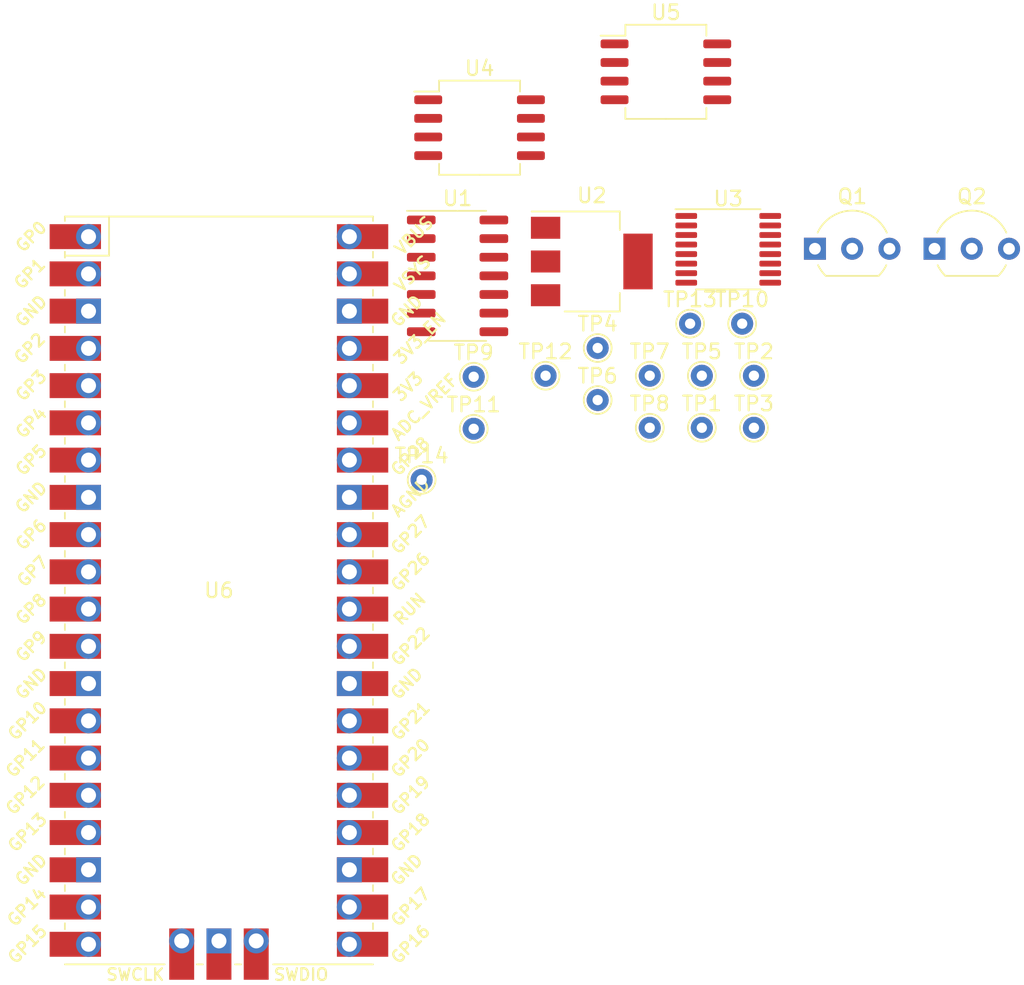
<source format=kicad_pcb>
(kicad_pcb (version 20211014) (generator pcbnew)
  (layers (0 "F.Cu" signal) (31 "B.Cu" signal) (34 "B.Paste" user) (35 "F.Paste" user) (36 "B.SilkS" user "B.Silkscreen") (37 "F.SilkS" user "F.Silkscreen") (38 "B.Mask" user) (39 "F.Mask" user) (44 "Edge.Cuts" user))
  (net 0 "")
  (net 1 "Net-(C1-Pad2)")
  (net 2 "Net-(Q1-Pad2)")
  (net 3 "Net-(C2-Pad1)")
  (net 4 "GND")
  (net 5 "Net-(Q2-Pad2)")
  (net 6 "Net-(L1-Pad2)")
  (net 7 "RF")
  (net 8 "Net-(C5-Pad2)")
  (net 9 "Net-(C9-Pad1)")
  (net 10 "Net-(C13-Pad1)")
  (net 11 "Net-(R7-Pad2)")
  (net 12 "Net-(C10-Pad1)")
  (net 13 "Net-(C14-Pad1)")
  (net 14 "ADC_Q")
  (net 15 "ADC_I")
  (net 16 "Net-(C21-Pad1)")
  (net 17 "A_OUT")
  (net 18 "ADC_MIC")
  (net 19 "Net-(J8-Pad1)")
  (net 20 "CLK0")
  (net 21 "Net-(U1-Pad2)")
  (net 22 "CLK1")
  (net 23 "Net-(U1-Pad4)")
  (net 24 "Net-(U1-Pad5)")
  (net 25 "Net-(U1-Pad11)")
  (net 26 "BIAS_PWM")
  (net 27 "+5V")
  (net 28 "+12V")
  (net 34 "Net-(C2-Pad2)")
  (net 35 "Net-(C24-Pad2)")
  (net 36 "Net-(R20-Pad1)")
  (net 37 "Net-(C23-Pad1)")
  (net 38 "Net-(R22-Pad1)")
  (net 39 "Net-(C17-Pad2)")
  (net 40 "Net-(R11-Pad2)")
  (net 41 "Net-(C17-Pad1)")
  (net 44 "SDA_PLL")
  (net 45 "SCL_PLL")
  (net 46 "RX_EN")
  (net 52 "SDA_DISP")
  (net 53 "SCL_DISP")
  (net 58 "Net-(J7-Pad4)")
  (net 59 "Net-(J7-Pad3)")
  (net 60 "Net-(J7-Pad2)")
  (net 61 "Net-(J7-Pad1)")
  (net 64 "GNDA")
  (net 65 "+3.3VADC")
  (net 66 "+3.3V")
  (net 69 "Net-(J6-Pad3)")
  (net 70 "Net-(J6-Pad1)")
  (net 71 "Net-(C16-Pad1)")
  (net 72 "Net-(R9-Pad2)")
  (net 73 "Net-(C16-Pad2)")
  (footprint "TestPoint:TestPoint_THTPad_D1.5mm_Drill0.7mm" (layer "F.Cu") (at 187.705 45.115)
    (fp_text reference "TP13" (at 0 -1.648) (layer "F.SilkS"))
    (fp_text value "TestPoint")
    (fp_circle (center 0 0) (end 0 0.95) (layer "F.SilkS") (width 0.12) (fill none))
    (pad "1" thru_hole circle (at 0 0) (size 1.5 1.5) (drill 0.7) (layers *.Cu *.Mask) (net 18 "ADC_MIC"))
  )
  (footprint "TestPoint:TestPoint_THTPad_D1.5mm_Drill0.7mm" (layer "F.Cu") (at 172.955 52.285)
    (fp_text reference "TP11" (at 0 -1.648) (layer "F.SilkS"))
    (fp_text value "TestPoint")
    (fp_circle (center 0 0) (end 0 0.95) (layer "F.SilkS") (width 0.12) (fill none))
    (pad "1" thru_hole circle (at 0 0) (size 1.5 1.5) (drill 0.7) (layers *.Cu *.Mask) (net 16 "Net-(C21-Pad1)"))
  )
  (footprint "Package_SO:SO-8_5.3x6.2mm_P1.27mm" (layer "F.Cu") (at 186.055 27.94)
    (fp_text reference "U5" (at 0 -4.05) (layer "F.SilkS"))
    (fp_text value "TL072")
    (fp_line (start -2.76 -3.21) (end -2.76 -2.465) (layer "F.SilkS") (width 0.12))
    (fp_line (start -2.76 -2.465) (end -4.45 -2.465) (layer "F.SilkS") (width 0.12))
    (fp_line (start 2.76 -3.21) (end 2.76 -2.465) (layer "F.SilkS") (width 0.12))
    (fp_line (start 0 3.21) (end -2.76 3.21) (layer "F.SilkS") (width 0.12))
    (fp_line (start 0 -3.21) (end -2.76 -3.21) (layer "F.SilkS") (width 0.12))
    (fp_line (start 0 3.21) (end 2.76 3.21) (layer "F.SilkS") (width 0.12))
    (fp_line (start -2.76 3.21) (end -2.76 2.465) (layer "F.SilkS") (width 0.12))
    (fp_line (start 2.76 3.21) (end 2.76 2.465) (layer "F.SilkS") (width 0.12))
    (fp_line (start 0 -3.21) (end 2.76 -3.21) (layer "F.SilkS") (width 0.12))
    (pad "1" smd roundrect (at -3.5 -1.905) (size 1.9 0.6) (layers "F.Cu" "F.Paste" "F.Mask") (net 39 "Net-(C17-Pad2)"))
    (pad "2" smd roundrect (at -3.5 -0.635) (size 1.9 0.6) (layers "F.Cu" "F.Paste" "F.Mask") (net 40 "Net-(R11-Pad2)"))
    (pad "3" smd roundrect (at -3.5 0.635) (size 1.9 0.6) (layers "F.Cu" "F.Paste" "F.Mask") (net 41 "Net-(C17-Pad1)"))
    (pad "4" smd roundrect (at -3.5 1.905) (size 1.9 0.6) (layers "F.Cu" "F.Paste" "F.Mask") (net 4 "GND"))
    (pad "5" smd roundrect (at 3.5 1.905) (size 1.9 0.6) (layers "F.Cu" "F.Paste" "F.Mask") (net 71 "Net-(C16-Pad1)"))
    (pad "6" smd roundrect (at 3.5 0.635) (size 1.9 0.6) (layers "F.Cu" "F.Paste" "F.Mask") (net 72 "Net-(R9-Pad2)"))
    (pad "7" smd roundrect (at 3.5 -0.635) (size 1.9 0.6) (layers "F.Cu" "F.Paste" "F.Mask") (net 73 "Net-(C16-Pad2)"))
    (pad "8" smd roundrect (at 3.5 -1.905) (size 1.9 0.6) (layers "F.Cu" "F.Paste" "F.Mask") (net 27 "+5V"))
  )
  (footprint "TestPoint:TestPoint_THTPad_D1.5mm_Drill0.7mm" (layer "F.Cu") (at 184.955 48.665)
    (fp_text reference "TP7" (at 0 -1.648) (layer "F.SilkS"))
    (fp_text value "TestPoint")
    (fp_circle (center 0 0) (end 0 0.95) (layer "F.SilkS") (width 0.12) (fill none))
    (pad "1" thru_hole circle (at 0 0) (size 1.5 1.5) (drill 0.7) (layers *.Cu *.Mask) (net 12 "Net-(C10-Pad1)"))
  )
  (footprint "TestPoint:TestPoint_THTPad_D1.5mm_Drill0.7mm" (layer "F.Cu") (at 188.505 52.215)
    (fp_text reference "TP1" (at 0 -1.648) (layer "F.SilkS"))
    (fp_text value "TestPoint")
    (fp_circle (center 0 0) (end 0 0.95) (layer "F.SilkS") (width 0.12) (fill none))
    (pad "1" thru_hole circle (at 0 0) (size 1.5 1.5) (drill 0.7) (layers *.Cu *.Mask) (net 7 "RF"))
  )
  (footprint "Package_TO_SOT_THT:TO-92_Inline_Wide" (layer "F.Cu") (at 204.365 40.005)
    (fp_text reference "Q2" (at 2.54 -3.56) (layer "F.SilkS"))
    (fp_text value "BS170")
    (fp_line (start 0.74 1.85) (end 4.34 1.85) (layer "F.SilkS") (width 0.12))
    (fp_arc (start 4.864184 1.122795) (mid 4.633903 1.509328) (end 4.34 1.85) (layer "F.SilkS") (width 0.12))
    (fp_arc (start 0.74 1.85) (mid 0.446097 1.509328) (end 0.215816 1.122795) (layer "F.SilkS") (width 0.12))
    (fp_arc (start 2.54 -2.6) (mid 3.936979 -2.192818) (end 4.8964 -1.098807) (layer "F.SilkS") (width 0.12))
    (fp_arc (start 0.1836 -1.098807) (mid 1.143021 -2.192817) (end 2.54 -2.6) (layer "F.SilkS") (width 0.12))
    (pad "1" thru_hole rect (at 0 0) (size 1.5 1.5) (drill 0.8) (layers *.Cu *.Mask) (net 4 "GND"))
    (pad "2" thru_hole circle (at 2.54 0) (size 1.5 1.5) (drill 0.8) (layers *.Cu *.Mask) (net 5 "Net-(Q2-Pad2)"))
    (pad "3" thru_hole circle (at 5.08 0) (size 1.5 1.5) (drill 0.8) (layers *.Cu *.Mask) (net 6 "Net-(L1-Pad2)"))
  )
  (footprint "Package_TO_SOT_THT:TO-92_Inline_Wide" (layer "F.Cu") (at 196.215 40.005)
    (fp_text reference "Q1" (at 2.54 -3.56) (layer "F.SilkS"))
    (fp_text value "BS170")
    (fp_line (start 0.74 1.85) (end 4.34 1.85) (layer "F.SilkS") (width 0.12))
    (fp_arc (start 2.54 -2.6) (mid 3.936979 -2.192818) (end 4.8964 -1.098807) (layer "F.SilkS") (width 0.12))
    (fp_arc (start 0.74 1.85) (mid 0.446097 1.509328) (end 0.215816 1.122795) (layer "F.SilkS") (width 0.12))
    (fp_arc (start 4.864184 1.122795) (mid 4.633903 1.509328) (end 4.34 1.85) (layer "F.SilkS") (width 0.12))
    (fp_arc (start 0.1836 -1.098807) (mid 1.143021 -2.192817) (end 2.54 -2.6) (layer "F.SilkS") (width 0.12))
    (pad "1" thru_hole rect (at 0 0) (size 1.5 1.5) (drill 0.8) (layers *.Cu *.Mask) (net 1 "Net-(C1-Pad2)"))
    (pad "2" thru_hole circle (at 2.54 0) (size 1.5 1.5) (drill 0.8) (layers *.Cu *.Mask) (net 2 "Net-(Q1-Pad2)"))
    (pad "3" thru_hole circle (at 5.08 0) (size 1.5 1.5) (drill 0.8) (layers *.Cu *.Mask) (net 3 "Net-(C2-Pad1)"))
  )
  (footprint "TestPoint:TestPoint_THTPad_D1.5mm_Drill0.7mm" (layer "F.Cu") (at 184.955 52.215)
    (fp_text reference "TP8" (at 0 -1.648) (layer "F.SilkS"))
    (fp_text value "TestPoint")
    (fp_circle (center 0 0) (end 0 0.95) (layer "F.SilkS") (width 0.12) (fill none))
    (pad "1" thru_hole circle (at 0 0) (size 1.5 1.5) (drill 0.7) (layers *.Cu *.Mask) (net 13 "Net-(C14-Pad1)"))
  )
  (footprint "TestPoint:TestPoint_THTPad_D1.5mm_Drill0.7mm" (layer "F.Cu") (at 181.405 50.325)
    (fp_text reference "TP6" (at 0 -1.648) (layer "F.SilkS"))
    (fp_text value "TestPoint")
    (fp_circle (center 0 0) (end 0 0.95) (layer "F.SilkS") (width 0.12) (fill none))
    (pad "1" thru_hole circle (at 0 0) (size 1.5 1.5) (drill 0.7) (layers *.Cu *.Mask) (net 11 "Net-(R7-Pad2)"))
  )
  (footprint "TestPoint:TestPoint_THTPad_D1.5mm_Drill0.7mm" (layer "F.Cu") (at 169.405 55.765)
    (fp_text reference "TP14" (at 0 -1.648) (layer "F.SilkS"))
    (fp_text value "TestPoint")
    (fp_circle (center 0 0) (end 0 0.95) (layer "F.SilkS") (width 0.12) (fill none))
    (pad "1" thru_hole circle (at 0 0) (size 1.5 1.5) (drill 0.7) (layers *.Cu *.Mask) (net 19 "Net-(J8-Pad1)"))
  )
  (footprint "TestPoint:TestPoint_THTPad_D1.5mm_Drill0.7mm" (layer "F.Cu") (at 192.055 48.665)
    (fp_text reference "TP2" (at 0 -1.648) (layer "F.SilkS"))
    (fp_text value "TestPoint")
    (fp_circle (center 0 0) (end 0 0.95) (layer "F.SilkS") (width 0.12) (fill none))
    (pad "1" thru_hole circle (at 0 0) (size 1.5 1.5) (drill 0.7) (layers *.Cu *.Mask) (net 8 "Net-(C5-Pad2)"))
  )
  (footprint "TestPoint:TestPoint_THTPad_D1.5mm_Drill0.7mm" (layer "F.Cu") (at 191.255 45.115)
    (fp_text reference "TP10" (at 0 -1.648) (layer "F.SilkS"))
    (fp_text value "TestPoint")
    (fp_circle (center 0 0) (end 0 0.95) (layer "F.SilkS") (width 0.12) (fill none))
    (pad "1" thru_hole circle (at 0 0) (size 1.5 1.5) (drill 0.7) (layers *.Cu *.Mask) (net 15 "ADC_I"))
  )
  (footprint "TestPoint:TestPoint_THTPad_D1.5mm_Drill0.7mm" (layer "F.Cu") (at 172.955 48.735)
    (fp_text reference "TP9" (at 0 -1.648) (layer "F.SilkS"))
    (fp_text value "TestPoint")
    (fp_circle (center 0 0) (end 0 0.95) (layer "F.SilkS") (width 0.12) (fill none))
    (pad "1" thru_hole circle (at 0 0) (size 1.5 1.5) (drill 0.7) (layers *.Cu *.Mask) (net 14 "ADC_Q"))
  )
  (footprint "Package_SO:SO-8_5.3x6.2mm_P1.27mm" (layer "F.Cu") (at 173.355 31.75)
    (fp_text reference "U4" (at 0 -4.05) (layer "F.SilkS"))
    (fp_text value "TL072")
    (fp_line (start 0 3.21) (end 2.76 3.21) (layer "F.SilkS") (width 0.12))
    (fp_line (start 2.76 3.21) (end 2.76 2.465) (layer "F.SilkS") (width 0.12))
    (fp_line (start -2.76 3.21) (end -2.76 2.465) (layer "F.SilkS") (width 0.12))
    (fp_line (start -2.76 -3.21) (end -2.76 -2.465) (layer "F.SilkS") (width 0.12))
    (fp_line (start 0 -3.21) (end 2.76 -3.21) (layer "F.SilkS") (width 0.12))
    (fp_line (start 0 3.21) (end -2.76 3.21) (layer "F.SilkS") (width 0.12))
    (fp_line (start 0 -3.21) (end -2.76 -3.21) (layer "F.SilkS") (width 0.12))
    (fp_line (start -2.76 -2.465) (end -4.45 -2.465) (layer "F.SilkS") (width 0.12))
    (fp_line (start 2.76 -3.21) (end 2.76 -2.465) (layer "F.SilkS") (width 0.12))
    (pad "1" smd roundrect (at -3.5 -1.905) (size 1.9 0.6) (layers "F.Cu" "F.Paste" "F.Mask") (net 35 "Net-(C24-Pad2)"))
    (pad "2" smd roundrect (at -3.5 -0.635) (size 1.9 0.6) (layers "F.Cu" "F.Paste" "F.Mask") (net 36 "Net-(R20-Pad1)"))
    (pad "3" smd roundrect (at -3.5 0.635) (size 1.9 0.6) (layers "F.Cu" "F.Paste" "F.Mask") (net 16 "Net-(C21-Pad1)"))
    (pad "4" smd roundrect (at -3.5 1.905) (size 1.9 0.6) (layers "F.Cu" "F.Paste" "F.Mask") (net 4 "GND"))
    (pad "5" smd roundrect (at 3.5 1.905) (size 1.9 0.6) (layers "F.Cu" "F.Paste" "F.Mask") (net 37 "Net-(C23-Pad1)"))
    (pad "6" smd roundrect (at 3.5 0.635) (size 1.9 0.6) (layers "F.Cu" "F.Paste" "F.Mask") (net 38 "Net-(R22-Pad1)"))
    (pad "7" smd roundrect (at 3.5 -0.635) (size 1.9 0.6) (layers "F.Cu" "F.Paste" "F.Mask") (net 19 "Net-(J8-Pad1)"))
    (pad "8" smd roundrect (at 3.5 -1.905) (size 1.9 0.6) (layers "F.Cu" "F.Paste" "F.Mask") (net 27 "+5V"))
  )
  (footprint "Package_SO:TSSOP-16_4.4x5mm_P0.65mm" (layer "F.Cu") (at 190.305 40.045)
    (fp_text reference "U3" (at 0 -3.45) (layer "F.SilkS"))
    (fp_text value "FST3253")
    (fp_line (start 0 2.735) (end 2.2 2.735) (layer "F.SilkS") (width 0.12))
    (fp_line (start 0 -2.735) (end 2.2 -2.735) (layer "F.SilkS") (width 0.12))
    (fp_line (start 0 2.735) (end -2.2 2.735) (layer "F.SilkS") (width 0.12))
    (fp_line (start 0 -2.735) (end -3.6 -2.735) (layer "F.SilkS") (width 0.12))
    (pad "1" smd roundrect (at -2.8625 -2.275) (size 1.475 0.4) (layers "F.Cu" "F.Paste" "F.Mask") (net 4 "GND"))
    (pad "2" smd roundrect (at -2.8625 -1.625) (size 1.475 0.4) (layers "F.Cu" "F.Paste" "F.Mask") (net 23 "Net-(U1-Pad4)"))
    (pad "3" smd roundrect (at -2.8625 -0.975) (size 1.475 0.4) (layers "F.Cu" "F.Paste" "F.Mask"))
    (pad "4" smd roundrect (at -2.8625 -0.325) (size 1.475 0.4) (layers "F.Cu" "F.Paste" "F.Mask"))
    (pad "5" smd roundrect (at -2.8625 0.325) (size 1.475 0.4) (layers "F.Cu" "F.Paste" "F.Mask"))
    (pad "6" smd roundrect (at -2.8625 0.975) (size 1.475 0.4) (layers "F.Cu" "F.Paste" "F.Mask"))
    (pad "7" smd roundrect (at -2.8625 1.625) (size 1.475 0.4) (layers "F.Cu" "F.Paste" "F.Mask"))
    (pad "8" smd roundrect (at -2.8625 2.275) (size 1.475 0.4) (layers "F.Cu" "F.Paste" "F.Mask") (net 4 "GND"))
    (pad "9" smd roundrect (at 2.8625 2.275) (size 1.475 0.4) (layers "F.Cu" "F.Paste" "F.Mask") (net 34 "Net-(C2-Pad2)"))
    (pad "10" smd roundrect (at 2.8625 1.625) (size 1.475 0.4) (layers "F.Cu" "F.Paste" "F.Mask") (net 10 "Net-(C13-Pad1)"))
    (pad "11" smd roundrect (at 2.8625 0.975) (size 1.475 0.4) (layers "F.Cu" "F.Paste" "F.Mask") (net 12 "Net-(C10-Pad1)"))
    (pad "12" smd roundrect (at 2.8625 0.325) (size 1.475 0.4) (layers "F.Cu" "F.Paste" "F.Mask") (net 9 "Net-(C9-Pad1)"))
    (pad "13" smd roundrect (at 2.8625 -0.325) (size 1.475 0.4) (layers "F.Cu" "F.Paste" "F.Mask") (net 13 "Net-(C14-Pad1)"))
    (pad "14" smd roundrect (at 2.8625 -0.975) (size 1.475 0.4) (layers "F.Cu" "F.Paste" "F.Mask") (net 21 "Net-(U1-Pad2)"))
    (pad "15" smd roundrect (at 2.8625 -1.625) (size 1.475 0.4) (layers "F.Cu" "F.Paste" "F.Mask") (net 4 "GND"))
    (pad "16" smd roundrect (at 2.8625 -2.275) (size 1.475 0.4) (layers "F.Cu" "F.Paste" "F.Mask") (net 27 "+5V"))
  )
  (footprint "Package_TO_SOT_SMD:SOT-223-3_TabPin2" (layer "F.Cu") (at 181.005 40.875)
    (fp_text reference "U2" (at 0 -4.5) (layer "F.SilkS"))
    (fp_text value "LM1117-5.0")
    (fp_line (start 1.91 3.41) (end 1.91 2.15) (layer "F.SilkS") (width 0.12))
    (fp_line (start 1.91 -3.41) (end 1.91 -2.15) (layer "F.SilkS") (width 0.12))
    (fp_line (start -4.1 -3.41) (end 1.91 -3.41) (layer "F.SilkS") (width 0.12))
    (fp_line (start -1.85 3.41) (end 1.91 3.41) (layer "F.SilkS") (width 0.12))
    (pad "1" smd rect (at -3.15 -2.3) (size 2 1.5) (layers "F.Cu" "F.Paste" "F.Mask") (net 4 "GND"))
    (pad "2" smd rect (at 3.15 0) (size 2 3.8) (layers "F.Cu" "F.Paste" "F.Mask") (net 27 "+5V"))
    (pad "2" smd rect (at -3.15 0) (size 2 1.5) (layers "F.Cu" "F.Paste" "F.Mask") (net 27 "+5V"))
    (pad "3" smd rect (at -3.15 2.3) (size 2 1.5) (layers "F.Cu" "F.Paste" "F.Mask") (net 28 "+12V"))
  )
  (footprint "TestPoint:TestPoint_THTPad_D1.5mm_Drill0.7mm" (layer "F.Cu") (at 192.055 52.215)
    (fp_text reference "TP3" (at 0 -1.648) (layer "F.SilkS"))
    (fp_text value "TestPoint")
    (fp_circle (center 0 0) (end 0 0.95) (layer "F.SilkS") (width 0.12) (fill none))
    (pad "1" thru_hole circle (at 0 0) (size 1.5 1.5) (drill 0.7) (layers *.Cu *.Mask) (net 5 "Net-(Q2-Pad2)"))
  )
  (footprint "TestPoint:TestPoint_THTPad_D1.5mm_Drill0.7mm" (layer "F.Cu") (at 188.505 48.665)
    (fp_text reference "TP5" (at 0 -1.648) (layer "F.SilkS"))
    (fp_text value "TestPoint")
    (fp_circle (center 0 0) (end 0 0.95) (layer "F.SilkS") (width 0.12) (fill none))
    (pad "1" thru_hole circle (at 0 0) (size 1.5 1.5) (drill 0.7) (layers *.Cu *.Mask) (net 10 "Net-(C13-Pad1)"))
  )
  (footprint "TestPoint:TestPoint_THTPad_D1.5mm_Drill0.7mm" (layer "F.Cu") (at 177.855 48.665)
    (fp_text reference "TP12" (at 0 -1.648) (layer "F.SilkS"))
    (fp_text value "TestPoint")
    (fp_circle (center 0 0) (end 0 0.95) (layer "F.SilkS") (width 0.12) (fill none))
    (pad "1" thru_hole circle (at 0 0) (size 1.5 1.5) (drill 0.7) (layers *.Cu *.Mask) (net 17 "A_OUT"))
  )
  (footprint "MCU_RaspberryPi_and_Boards:RPi_Pico_SMD_TH" (layer "F.Cu") (at 155.59 63.31)
    (fp_text reference "U6" (at 0 0) (layer "F.SilkS"))
    (fp_text value "Pico")
    (fp_text user "GP4" (at -12.8 -11.43 45) (layer "F.SilkS") (effects (font (size 0.8 0.8))))
    (fp_text user "GP7" (at -12.7 -1.3 45) (layer "F.SilkS") (effects (font (size 0.8 0.8))))
    (fp_text user "GP10" (at -13.054 8.89 45) (layer "F.SilkS") (effects (font (size 0.8 0.8))))
    (fp_text user "GP11" (at -13.2 11.43 45) (layer "F.SilkS") (effects (font (size 0.8 0.8))))
    (fp_text user "GP28" (at 13.054 -9.144 45) (layer "F.SilkS") (effects (font (size 0.8 0.8))))
    (fp_text user "GP27" (at 13.054 -3.8 45) (layer "F.SilkS") (effects (font (size 0.8 0.8))))
    (fp_text user "GND" (at -12.8 -6.35 45) (layer "F.SilkS") (effects (font (size 0.8 0.8))))
    (fp_text user "3V3_EN" (at 13.7 -17.2 45) (layer "F.SilkS") (effects (font (size 0.8 0.8))))
    (fp_text user "GP26" (at 13.054 -1.27 45) (layer "F.SilkS") (effects (font (size 0.8 0.8))))
    (fp_text user "VBUS" (at 13.3 -24.2 45) (layer "F.SilkS") (effects (font (size 0.8 0.8))))
    (fp_text user "GP2" (at -12.9 -16.51 45) (layer "F.SilkS") (effects (font (size 0.8 0.8))))
    (fp_text user "GP12" (at -13.2 13.97 45) (layer "F.SilkS") (effects (font (size 0.8 0.8))))
    (fp_text user "GP8" (at -12.8 1.27 45) (layer "F.SilkS") (effects (font (size 0.8 0.8))))
    (fp_text user "GP20" (at 13.054 11.43 45) (layer "F.SilkS") (effects (font (size 0.8 0.8))))
    (fp_text user "GND" (at -12.8 19.05 45) (layer "F.SilkS") (effects (font (size 0.8 0.8))))
    (fp_text user "SWDIO" (at 5.6 26.2) (layer "F.SilkS") (effects (font (size 0.8 0.8))))
    (fp_text user "ADC_VREF" (at 14 -12.5 45) (layer "F.SilkS") (effects (font (size 0.8 0.8))))
    (fp_text user "AGND" (at 13.054 -6.35 45) (layer "F.SilkS") (effects (font (size 0.8 0.8))))
    (fp_text user "GP14" (at -13.1 21.59 45) (layer "F.SilkS") (effects (font (size 0.8 0.8))))
    (fp_text user "GP16" (at 13.054 24.13 45) (layer "F.SilkS") (effects (font (size 0.8 0.8))))
    (fp_text user "GP5" (at -12.8 -8.89 45) (layer "F.SilkS") (effects (font (size 0.8 0.8))))
    (fp_text user "GND" (at -12.8 6.35 45) (layer "F.SilkS") (effects (font (size 0.8 0.8))))
    (fp_text user "GP13" (at -13.054 16.51 45) (layer "F.SilkS") (effects (font (size 0.8 0.8))))
    (fp_text user "GP9" (at -12.8 3.81 45) (layer "F.SilkS") (effects (font (size 0.8 0.8))))
    (fp_text user "GP21" (at 13.054 8.9 45) (layer "F.SilkS") (effects (font (size 0.8 0.8))))
    (fp_text user "GP0" (at -12.8 -24.13 45) (layer "F.SilkS") (effects (font (size 0.8 0.8))))
    (fp_text user "GP6" (at -12.8 -3.81 45) (layer "F.SilkS") (effects (font (size 0.8 0.8))))
    (fp_text user "GND" (at -12.8 -19.05 45) (layer "F.SilkS") (effects (font (size 0.8 0.8))))
    (fp_text user "RUN" (at 13 1.27 45) (layer "F.SilkS") (effects (font (size 0.8 0.8))))
    (fp_text user "GND" (at 12.8 6.35 45) (layer "F.SilkS") (effects (font (size 0.8 0.8))))
    (fp_text user "SWCLK" (at -5.7 26.2) (layer "F.SilkS") (effects (font (size 0.8 0.8))))
    (fp_text user "GND" (at 12.8 19.05 45) (layer "F.SilkS") (effects (font (size 0.8 0.8))))
    (fp_text user "VSYS" (at 13.2 -21.59 45) (layer "F.SilkS") (effects (font (size 0.8 0.8))))
    (fp_text user "GND" (at 12.8 -19.05 45) (layer "F.SilkS") (effects (font (size 0.8 0.8))))
    (fp_text user "GP19" (at 13.054 13.97 45) (layer "F.SilkS") (effects (font (size 0.8 0.8))))
    (fp_text user "GP18" (at 13.054 16.51 45) (layer "F.SilkS") (effects (font (size 0.8 0.8))))
    (fp_text user "GP22" (at 13.054 3.81 45) (layer "F.SilkS") (effects (font (size 0.8 0.8))))
    (fp_text user "GP1" (at -12.9 -21.6 45) (layer "F.SilkS") (effects (font (size 0.8 0.8))))
    (fp_text user "GP15" (at -13.054 24.13 45) (layer "F.SilkS") (effects (font (size 0.8 0.8))))
    (fp_text user "GP3" (at -12.8 -13.97 45) (layer "F.SilkS") (effects (font (size 0.8 0.8))))
    (fp_text user "GP17" (at 13.054 21.59 45) (layer "F.SilkS") (effects (font (size 0.8 0.8))))
    (fp_text user "3V3" (at 12.9 -13.9 45) (layer "F.SilkS") (effects (font (size 0.8 0.8))))
    (fp_line (start -10.5 -0.2) (end -10.5 0.2) (layer "F.SilkS") (width 0.12))
    (fp_line (start -10.5 -12.9) (end -10.5 -12.5) (layer "F.SilkS") (width 0.12))
    (fp_line (start 10.5 20.1) (end 10.5 20.5) (layer "F.SilkS") (width 0.12))
    (fp_line (start -10.5 -22.833) (end -7.493 -22.833) (layer "F.SilkS") (width 0.12))
    (fp_line (start 10.5 17.6) (end 10.5 18) (layer "F.SilkS") (width 0.12))
    (fp_line (start -10.5 -25.5) (end 10.5 -25.5) (layer "F.SilkS") (width 0.12))
    (fp_line (start -10.5 7.4) (end -10.5 7.8) (layer "F.SilkS") (width 0.12))
    (fp_line (start 10.5 4.9) (end 10.5 5.3) (layer "F.SilkS") (width 0.12))
    (fp_line (start -10.5 20.1) (end -10.5 20.5) (layer "F.SilkS") (width 0.12))
    (fp_line (start 10.5 -12.9) (end 10.5 -12.5) (layer "F.SilkS") (width 0.12))
    (fp_line (start -10.5 -7.8) (end -10.5 -7.4) (layer "F.SilkS") (width 0.12))
    (fp_line (start -3.7 25.5) (end -10.5 25.5) (layer "F.SilkS") (width 0.12))
    (fp_line (start 10.5 25.5) (end 3.7 25.5) (layer "F.SilkS") (width 0.12))
    (fp_line (start -10.5 -18) (end -10.5 -17.6) (layer "F.SilkS") (width 0.12))
    (fp_line (start 1.1 25.5) (end 1.5 25.5) (layer "F.SilkS") (width 0.12))
    (fp_line (start -10.5 10) (end -10.5 10.4) (layer "F.SilkS") (width 0.12))
    (fp_line (start 10.5 -23.1) (end 10.5 -22.7) (layer "F.SilkS") (width 0.12))
    (fp_line (start -10.5 4.9) (end -10.5 5.3) (layer "F.SilkS") (width 0.12))
    (fp_line (start -10.5 -2.7) (end -10.5 -2.3) (layer "F.SilkS") (width 0.12))
    (fp_line (start -10.5 -23.1) (end -10.5 -22.7) (layer "F.SilkS") (width 0.12))
    (fp_line (start 10.5 -5.3) (end 10.5 -4.9) (layer "F.SilkS") (width 0.12))
    (fp_line (start 10.5 -20.5) (end 10.5 -20.1) (layer "F.SilkS") (width 0.12))
    (fp_line (start -1.5 25.5) (end -1.1 25.5) (layer "F.SilkS") (width 0.12))
    (fp_line (start -7.493 -22.833) (end -7.493 -25.5) (layer "F.SilkS") (width 0.12))
    (fp_line (start -10.5 -20.5) (end -10.5 -20.1) (layer "F.SilkS") (width 0.12))
    (fp_line (start 10.5 -0.2) (end 10.5 0.2) (layer "F.SilkS") (width 0.12))
    (fp_line (start 10.5 -15.4) (end 10.5 -15) (layer "F.SilkS") (width 0.12))
    (fp_line (start 10.5 -18) (end 10.5 -17.6) (layer "F.SilkS") (width 0.12))
    (fp_line (start 10.5 12.5) (end 10.5 12.9) (layer "F.SilkS") (width 0.12))
    (fp_line (start 10.5 -7.8) (end 10.5 -7.4) (layer "F.SilkS") (width 0.12))
    (fp_line (start -10.5 -5.3) (end -10.5 -4.9) (layer "F.SilkS") (width 0.12))
    (fp_line (start -10.5 -25.5) (end -10.5 -25.2) (layer "F.SilkS") (width 0.12))
    (fp_line (start -10.5 -10.4) (end -10.5 -10) (layer "F.SilkS") (width 0.12))
    (fp_line (start 10.5 -2.7) (end 10.5 -2.3) (layer "F.SilkS") (width 0.12))
    (fp_line (start 10.5 10) (end 10.5 10.4) (layer "F.SilkS") (width 0.12))
    (fp_line (start 10.5 15.1) (end 10.5 15.5) (layer "F.SilkS") (width 0.12))
    (fp_line (start 10.5 -10.4) (end 10.5 -10) (layer "F.SilkS") (width 0.12))
    (fp_line (start 10.5 -25.5) (end 10.5 -25.2) (layer "F.SilkS") (width 0.12))
    (fp_line (start -10.5 17.6) (end -10.5 18) (layer "F.SilkS") (width 0.12))
    (fp_line (start 10.5 22.7) (end 10.5 23.1) (layer "F.SilkS") (width 0.12))
    (fp_line (start -10.5 15.1) (end -10.5 15.5) (layer "F.SilkS") (width 0.12))
    (fp_line (start 10.5 2.3) (end 10.5 2.7) (layer "F.SilkS") (width 0.12))
    (fp_line (start 10.5 7.4) (end 10.5 7.8) (layer "F.SilkS") (width 0.12))
    (fp_line (start -10.5 12.5) (end -10.5 12.9) (layer "F.SilkS") (width 0.12))
    (fp_line (start -10.5 -15.4) (end -10.5 -15) (layer "F.SilkS") (width 0.12))
    (fp_line (start -10.5 22.7) (end -10.5 23.1) (layer "F.SilkS") (width 0.12))
    (fp_line (start -10.5 2.3) (end -10.5 2.7) (layer "F.SilkS") (width 0.12))
    (pad "" np_thru_hole oval locked (at 2.725 -24) (size 1.8 1.8) (drill 1.8) (layers *.Cu *.Mask))
    (pad "" np_thru_hole oval locked (at -2.425 -20.97) (size 1.5 1.5) (drill 1.5) (layers *.Cu *.Mask))
    (pad "" np_thru_hole oval locked (at 2.425 -20.97) (size 1.5 1.5) (drill 1.5) (layers *.Cu *.Mask))
    (pad "" np_thru_hole oval locked (at -2.725 -24) (size 1.8 1.8) (drill 1.8) (layers *.Cu *.Mask))
    (pad "1" thru_hole oval locked (at -8.89 -24.13) (size 1.7 1.7) (drill 1.02) (layers *.Cu *.Mask))
    (pad "1" smd rect locked (at -8.89 -24.13) (size 3.5 1.7) (drill (offset -0.9 0)) (layers "F.Cu" "F.Mask"))
    (pad "2" thru_hole oval locked (at -8.89 -21.59) (size 1.7 1.7) (drill 1.02) (layers *.Cu *.Mask))
    (pad "2" smd rect locked (at -8.89 -21.59) (size 3.5 1.7) (drill (offset -0.9 0)) (layers "F.Cu" "F.Mask"))
    (pad "3" smd rect locked (at -8.89 -19.05) (size 3.5 1.7) (drill (offset -0.9 0)) (layers "F.Cu" "F.Mask") (net 4 "GND"))
    (pad "3" thru_hole rect locked (at -8.89 -19.05) (size 1.7 1.7) (drill 1.02) (layers *.Cu *.Mask) (net 4 "GND"))
    (pad "4" smd rect locked (at -8.89 -16.51) (size 3.5 1.7) (drill (offset -0.9 0)) (layers "F.Cu" "F.Mask") (net 44 "SDA_PLL"))
    (pad "4" thru_hole oval locked (at -8.89 -16.51) (size 1.7 1.7) (drill 1.02) (layers *.Cu *.Mask) (net 44 "SDA_PLL"))
    (pad "5" smd rect locked (at -8.89 -13.97) (size 3.5 1.7) (drill (offset -0.9 0)) (layers "F.Cu" "F.Mask") (net 45 "SCL_PLL"))
    (pad "5" thru_hole oval locked (at -8.89 -13.97) (size 1.7 1.7) (drill 1.02) (layers *.Cu *.Mask) (net 45 "SCL_PLL"))
    (pad "6" smd rect locked (at -8.89 -11.43) (size 3.5 1.7) (drill (offset -0.9 0)) (layers "F.Cu" "F.Mask") (net 46 "RX_EN"))
    (pad "6" thru_hole oval locked (at -8.89 -11.43) (size 1.7 1.7) (drill 1.02) (layers *.Cu *.Mask) (net 46 "RX_EN"))
    (pad "7" smd rect locked (at -8.89 -8.89) (size 3.5 1.7) (drill (offset -0.9 0)) (layers "F.Cu" "F.Mask"))
    (pad "7" thru_hole oval locked (at -8.89 -8.89) (size 1.7 1.7) (drill 1.02) (layers *.Cu *.Mask))
    (pad "8" thru_hole rect locked (at -8.89 -6.35) (size 1.7 1.7) (drill 1.02) (layers *.Cu *.Mask) (net 4 "GND"))
    (pad "8" smd rect locked (at -8.89 -6.35) (size 3.5 1.7) (drill (offset -0.9 0)) (layers "F.Cu" "F.Mask") (net 4 "GND"))
    (pad "9" smd rect locked (at -8.89 -3.81) (size 3.5 1.7) (drill (offset -0.9 0)) (layers "F.Cu" "F.Mask") (net 17 "A_OUT"))
    (pad "9" thru_hole oval locked (at -8.89 -3.81) (size 1.7 1.7) (drill 1.02) (layers *.Cu *.Mask) (net 17 "A_OUT"))
    (pad "10" thru_hole oval locked (at -8.89 -1.27) (size 1.7 1.7) (drill 1.02) (layers *.Cu *.Mask) (net 26 "BIAS_PWM"))
    (pad "10" smd rect locked (at -8.89 -1.27) (size 3.5 1.7) (drill (offset -0.9 0)) (layers "F.Cu" "F.Mask") (net 26 "BIAS_PWM"))
    (pad "11" thru_hole oval locked (at -8.89 1.27) (size 1.7 1.7) (drill 1.02) (layers *.Cu *.Mask))
    (pad "11" smd rect locked (at -8.89 1.27) (size 3.5 1.7) (drill (offset -0.9 0)) (layers "F.Cu" "F.Mask"))
    (pad "12" smd rect locked (at -8.89 3.81) (size 3.5 1.7) (drill (offset -0.9 0)) (layers "F.Cu" "F.Mask"))
    (pad "12" thru_hole oval locked (at -8.89 3.81) (size 1.7 1.7) (drill 1.02) (layers *.Cu *.Mask))
    (pad "13" thru_hole rect locked (at -8.89 6.35) (size 1.7 1.7) (drill 1.02) (layers *.Cu *.Mask) (net 4 "GND"))
    (pad "13" smd rect locked (at -8.89 6.35) (size 3.5 1.7) (drill (offset -0.9 0)) (layers "F.Cu" "F.Mask") (net 4 "GND"))
    (pad "14" smd rect locked (at -8.89 8.89) (size 3.5 1.7) (drill (offset -0.9 0)) (layers "F.Cu" "F.Mask"))
    (pad "14" thru_hole oval locked (at -8.89 8.89) (size 1.7 1.7) (drill 1.02) (layers *.Cu *.Mask))
    (pad "15" smd rect locked (at -8.89 11.43) (size 3.5 1.7) (drill (offset -0.9 0)) (layers "F.Cu" "F.Mask"))
    (pad "15" thru_hole oval locked (at -8.89 11.43) (size 1.7 1.7) (drill 1.02) (layers *.Cu *.Mask))
    (pad "16" thru_hole oval locked (at -8.89 13.97) (size 1.7 1.7) (drill 1.02) (layers *.Cu *.Mask) (net 52 "SDA_DISP"))
    (pad "16" smd rect locked (at -8.89 13.97) (size 3.5 1.7) (drill (offset -0.9 0)) (layers "F.Cu" "F.Mask") (net 52 "SDA_DISP"))
    (pad "17" smd rect locked (at -8.89 16.51) (size 3.5 1.7) (drill (offset -0.9 0)) (layers "F.Cu" "F.Mask") (net 53 "SCL_DISP"))
    (pad "17" thru_hole oval locked (at -8.89 16.51) (size 1.7 1.7) (drill 1.02) (layers *.Cu *.Mask) (net 53 "SCL_DISP"))
    (pad "18" thru_hole rect locked (at -8.89 19.05) (size 1.7 1.7) (drill 1.02) (layers *.Cu *.Mask) (net 4 "GND"))
    (pad "18" smd rect locked (at -8.89 19.05) (size 3.5 1.7) (drill (offset -0.9 0)) (layers "F.Cu" "F.Mask") (net 4 "GND"))
    (pad "19" smd rect locked (at -8.89 21.59) (size 3.5 1.7) (drill (offset -0.9 0)) (layers "F.Cu" "F.Mask"))
    (pad "19" thru_hole oval locked (at -8.89 21.59) (size 1.7 1.7) (drill 1.02) (layers *.Cu *.Mask))
    (pad "20" thru_hole oval locked (at -8.89 24.13) (size 1.7 1.7) (drill 1.02) (layers *.Cu *.Mask))
    (pad "20" smd rect locked (at -8.89 24.13) (size 3.5 1.7) (drill (offset -0.9 0)) (layers "F.Cu" "F.Mask"))
    (pad "21" smd rect locked (at 8.89 24.13) (size 3.5 1.7) (drill (offset 0.9 0)) (layers "F.Cu" "F.Mask"))
    (pad "21" thru_hole oval locked (at 8.89 24.13) (size 1.7 1.7) (drill 1.02) (layers *.Cu *.Mask))
    (pad "22" thru_hole oval locked (at 8.89 21.59) (size 1.7 1.7) (drill 1.02) (layers *.Cu *.Mask))
    (pad "22" smd rect locked (at 8.89 21.59) (size 3.5 1.7) (drill (offset 0.9 0)) (layers "F.Cu" "F.Mask"))
    (pad "23" smd rect locked (at 8.89 19.05) (size 3.5 1.7) (drill (offset 0.9 0)) (layers "F.Cu" "F.Mask") (net 4 "GND"))
    (pad "23" thru_hole rect locked (at 8.89 19.05) (size 1.7 1.7) (drill 1.02) (layers *.Cu *.Mask) (net 4 "GND"))
    (pad "24" thru_hole oval locked (at 8.89 16.51) (size 1.7 1.7) (drill 1.02) (layers *.Cu *.Mask) (net 58 "Net-(J7-Pad4)"))
    (pad "24" smd rect locked (at 8.89 16.51) (size 3.5 1.7) (drill (offset 0.9 0)) (layers "F.Cu" "F.Mask") (net 58 "Net-(J7-Pad4)"))
    (pad "25" smd rect locked (at 8.89 13.97) (size 3.5 1.7) (drill (offset 0.9 0)) (layers "F.Cu" "F.Mask") (net 59 "Net-(J7-Pad3)"))
    (pad "25" thru_hole oval locked (at 8.89 13.97) (size 1.7 1.7) (drill 1.02) (layers *.Cu *.Mask) (net 59 "Net-(J7-Pad3)"))
    (pad "26" smd rect locked (at 8.89 11.43) (size 3.5 1.7) (drill (offset 0.9 0)) (layers "F.Cu" "F.Mask") (net 60 "Net-(J7-Pad2)"))
    (pad "26" thru_hole oval locked (at 8.89 11.43) (size 1.7 1.7) (drill 1.02) (layers *.Cu *.Mask) (net 60 "Net-(J7-Pad2)"))
    (pad "27" smd rect locked (at 8.89 8.89) (size 3.5 1.7) (drill (offset 0.9 0)) (layers "F.Cu" "F.Mask") (net 61 "Net-(J7-Pad1)"))
    (pad "27" thru_hole oval locked (at 8.89 8.89) (size 1.7 1.7) (drill 1.02) (layers *.Cu *.Mask) (net 61 "Net-(J7-Pad1)"))
    (pad "28" smd rect locked (at 8.89 6.35) (size 3.5 1.7) (drill (offset 0.9 0)) (layers "F.Cu" "F.Mask") (net 4 "GND"))
    (pad "28" thru_hole rect locked (at 8.89 6.35) (size 1.7 1.7) (drill 1.02) (layers *.Cu *.Mask) (net 4 "GND"))
    (pad "29" thru_hole oval locked (at 8.89 3.81) (size 1.7 1.7) (drill 1.02) (layers *.Cu *.Mask))
    (pad "29" smd rect locked (at 8.89 3.81) (size 3.5 1.7) (drill (offset 0.9 0)) (layers "F.Cu" "F.Mask"))
    (pad "30" smd rect locked (at 8.89 1.27) (size 3.5 1.7) (drill (offset 0.9 0)) (layers "F.Cu" "F.Mask"))
    (pad "30" thru_hole oval locked (at 8.89 1.27) (size 1.7 1.7) (drill 1.02) (layers *.Cu *.Mask))
    (pad "31" thru_hole oval locked (at 8.89 -1.27) (size 1.7 1.7) (drill 1.02) (layers *.Cu *.Mask) (net 15 "ADC_I"))
    (pad "31" smd rect locked (at 8.89 -1.27) (size 3.5 1.7) (drill (offset 0.9 0)) (layers "F.Cu" "F.Mask") (net 15 "ADC_I"))
    (pad "32" smd rect locked (at 8.89 -3.81) (size 3.5 1.7) (drill (offset 0.9 0)) (layers "F.Cu" "F.Mask") (net 14 "ADC_Q"))
    (pad "32" thru_hole oval locked (at 8.89 -3.81) (size 1.7 1.7) (drill 1.02) (layers *.Cu *.Mask) (net 14 "ADC_Q"))
    (pad "33" thru_hole rect locked (at 8.89 -6.35) (size 1.7 1.7) (drill 1.02) (layers *.Cu *.Mask) (net 64 "GNDA"))
    (pad "33" smd rect locked (at 8.89 -6.35) (size 3.5 1.7) (drill (offset 0.9 0)) (layers "F.Cu" "F.Mask") (net 64 "GNDA"))
    (pad "34" thru_hole oval locked (at 8.89 -8.89) (size 1.7 1.7) (drill 1.02) (layers *.Cu *.Mask) (net 18 "ADC_MIC"))
    (pad "34" smd rect locked (at 8.89 -8.89) (size 3.5 1.7) (drill (offset 0.9 0)) (layers "F.Cu" "F.Mask") (net 18 "ADC_MIC"))
    (pad "35" smd rect locked (at 8.89 -11.43) (size 3.5 1.7) (drill (offset 0.9 0)) (layers "F.Cu" "F.Mask") (net 65 "+3.3VADC"))
    (pad "35" thru_hole oval locked (at 8.89 -11.43) (size 1.7 1.7) (drill 1.02) (layers *.Cu *.Mask) (net 65 "+3.3VADC"))
    (pad "36" smd rect locked (at 8.89 -13.97) (size 3.5 1.7) (drill (offset 0.9 0)) (layers "F.Cu" "F.Mask") (net 66 "+3.3V"))
    (pad "36" thru_hole oval locked (at 8.89 -13.97) (size 1.7 1.7) (drill 1.02) (layers *.Cu *.Mask) (net 66 "+3.3V"))
    (pad "37" thru_hole oval locked (at 8.89 -16.51) (size 1.7 1.7) (drill 1.02) (layers *.Cu *.Mask))
    (pad "37" smd rect locked (at 8.89 -16.51) (size 3.5 1.7) (drill (offset 0.9 0)) (layers "F.Cu" "F.Mask"))
    (pad "38" smd rect locked (at 8.89 -19.05) (size 3.5 1.7) (drill (offset 0.9 0)) (layers "F.Cu" "F.Mask") (net 4 "GND"))
    (pad "38" thru_hole rect locked (at 8.89 -19.05) (size 1.7 1.7) (drill 1.02) (layers *.Cu *.Mask) (net 4 "GND"))
    (pad "39" smd rect locked (at 8.89 -21.59) (size 3.5 1.7) (drill (offset 0.9 0)) (layers "F.Cu" "F.Mask") (net 27 "+5V"))
    (pad "39" thru_hole oval locked (at 8.89 -21.59) (size 1.7 1.7) (drill 1.02) (layers *.Cu *.Mask) (net 27 "+5V"))
    (pad "40" smd rect locked (at 8.89 -24.13) (size 3.5 1.7) (drill (offset 0.9 0)) (layers "F.Cu" "F.Mask"))
    (pad "40" thru_hole oval locked (at 8.89 -24.13) (size 1.7 1.7) (drill 1.02) (layers *.Cu *.Mask))
    (pad "41" thru_hole oval locked (at -2.54 23.9) (size 1.7 1.7) (drill 1.02) (layers *.Cu *.Mask) (net 69 "Net-(J6-Pad3)"))
    (pad "41" smd rect locked (at -2.54 23.9 90) (size 3.5 1.7) (drill (offset -0.9 0)) (layers "F.Cu" "F.Mask") (net 69 "Net-(J6-Pad3)"))
    (pad "42" smd rect locked (at 0 23.9 90) (size 3.5 1.7) (drill (offset -0.9 0)) (layers "F.Cu" "F.Mask") (net 4 "GND"))
    (pad "42" thru_hole rect locked (at 0 23.9) (size 1.7 1.7) (drill 1.02) (layers *.Cu *.Mask) (net 4 "GND"))
    (pad "43" thru_hole oval locked (at 2.54 23.9) (size 1.7 1.7) (drill 1.02) (layers *.Cu *.Mask) (net 70 "Net-(J6-Pad1)"))
    (pad "43" smd rect locked (at 2.54 23.9 90) (size 3.5 1.7) (drill (offset -0.9 0)) (layers "F.Cu" "F.Mask") (net 70 "Net-(J6-Pad1)"))
  )
  (footprint "Package_SO:SO-14_3.9x8.65mm_P1.27mm" (layer "F.Cu") (at 171.855 41.855)
    (fp_text reference "U1" (at 0 -5.28) (layer "F.SilkS"))
    (fp_text value "74HC14")
    (fp_line (start 0 -4.435) (end 1.95 -4.435) (layer "F.SilkS") (width 0.12))
    (fp_line (start 0 -4.435) (end -3.45 -4.435) (layer "F.SilkS") (width 0.12))
    (fp_line (start 0 4.435) (end 1.95 4.435) (layer "F.SilkS") (width 0.12))
    (fp_line (start 0 4.435) (end -1.95 4.435) (layer "F.SilkS") (width 0.12))
    (pad "1" smd roundrect (at -2.475 -3.81) (size 1.95 0.6) (layers "F.Cu" "F.Paste" "F.Mask") (net 20 "CLK0"))
    (pad "2" smd roundrect (at -2.475 -2.54) (size 1.95 0.6) (layers "F.Cu" "F.Paste" "F.Mask") (net 21 "Net-(U1-Pad2)"))
    (pad "3" smd roundrect (at -2.475 -1.27) (size 1.95 0.6) (layers "F.Cu" "F.Paste" "F.Mask") (net 22 "CLK1"))
    (pad "4" smd roundrect (at -2.475 0) (size 1.95 0.6) (layers "F.Cu" "F.Paste" "F.Mask") (net 23 "Net-(U1-Pad4)"))
    (pad "5" smd roundrect (at -2.475 1.27) (size 1.95 0.6) (layers "F.Cu" "F.Paste" "F.Mask") (net 24 "Net-(U1-Pad5)"))
    (pad "6" smd roundrect (at -2.475 2.54) (size 1.95 0.6) (layers "F.Cu" "F.Paste" "F.Mask") (net 5 "Net-(Q2-Pad2)"))
    (pad "7" smd roundrect (at -2.475 3.81) (size 1.95 0.6) (layers "F.Cu" "F.Paste" "F.Mask") (net 4 "GND"))
    (pad "8" smd roundrect (at 2.475 3.81) (size 1.95 0.6) (layers "F.Cu" "F.Paste" "F.Mask") (net 24 "Net-(U1-Pad5)"))
    (pad "9" smd roundrect (at 2.475 2.54) (size 1.95 0.6) (layers "F.Cu" "F.Paste" "F.Mask") (net 20 "CLK0"))
    (pad "10" smd roundrect (at 2.475 1.27) (size 1.95 0.6) (layers "F.Cu" "F.Paste" "F.Mask") (net 11 "Net-(R7-Pad2)"))
    (pad "11" smd roundrect (at 2.475 0) (size 1.95 0.6) (layers "F.Cu" "F.Paste" "F.Mask") (net 25 "Net-(U1-Pad11)"))
    (pad "12" smd roundrect (at 2.475 -1.27) (size 1.95 0.6) (layers "F.Cu" "F.Paste" "F.Mask") (net 25 "Net-(U1-Pad11)"))
    (pad "13" smd roundrect (at 2.475 -2.54) (size 1.95 0.6) (layers "F.Cu" "F.Paste" "F.Mask") (net 26 "BIAS_PWM"))
    (pad "14" smd roundrect (at 2.475 -3.81) (size 1.95 0.6) (layers "F.Cu" "F.Paste" "F.Mask") (net 27 "+5V"))
  )
  (footprint "TestPoint:TestPoint_THTPad_D1.5mm_Drill0.7mm" (layer "F.Cu") (at 181.405 46.775)
    (fp_text reference "TP4" (at 0 -1.648) (layer "F.SilkS"))
    (fp_text value "TestPoint")
    (fp_circle (center 0 0) (end 0 0.95) (layer "F.SilkS") (width 0.12) (fill none))
    (pad "1" thru_hole circle (at 0 0) (size 1.5 1.5) (drill 0.7) (layers *.Cu *.Mask) (net 9 "Net-(C9-Pad1)"))
  )
)
</source>
